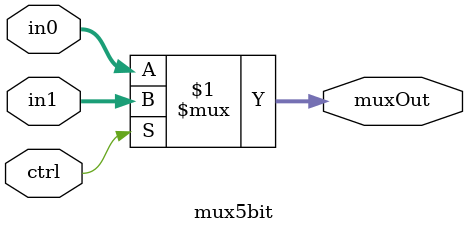
<source format=v>
`timescale 1ns / 1ps


module mux5bit #(parameter width=5)(
input [width-1:0]  in0,
input [width-1:0]  in1,
input   ctrl,
output [width-1:0] muxOut
);


assign muxOut = ctrl ? in1 : in0; 


endmodule

</source>
